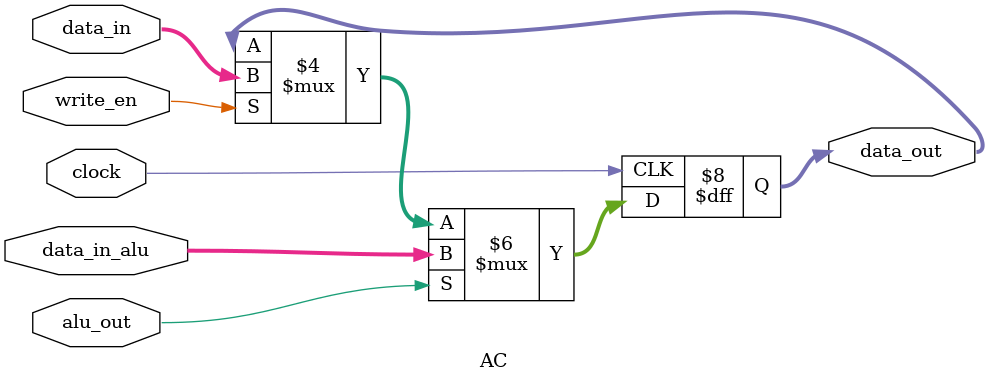
<source format=v>
module AC(clock,write_en, data_in, alu_out, data_in_alu, data_out);

input clock;
input [15:0] data_in;
input alu_out;
input [15:0] data_in_alu;
input write_en;
output reg[15:0] data_out;


always @(posedge clock)
begin

if(write_en == 1)

data_out <= data_in ;


if(alu_out == 1)

data_out <= data_in_alu;

end
endmodule  
</source>
